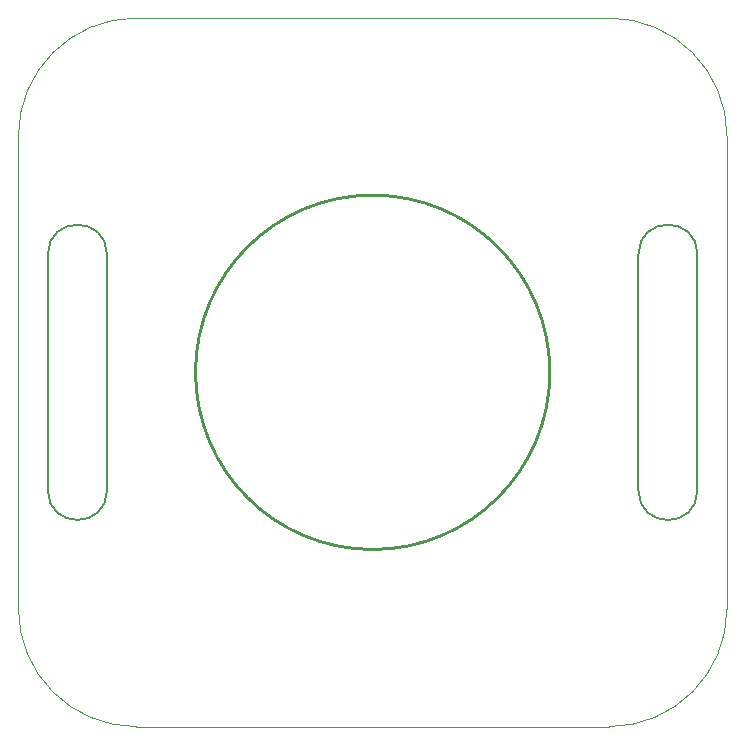
<source format=gbr>
%TF.GenerationSoftware,HUMAN,DominicClifton,8.0.3*%
%TF.CreationDate,2025-04-28T16:25:44+02:00*%
%TF.SameCoordinates,Original*%
%TF.FileFunction,Copper,L4,Bot*%
%TF.FilePolarity,Positive*%
%FSLAX46Y46*%
G04 Gerber Fmt 4.6, Leading zero omitted, Abs format (unit mm)*
%MOMM*%
%LPD*%
G01*
G04 Rectangle outline with rounded corners*
%ADD60C,0.1*%
D60*
G01*
G75*
X20000000Y-30000000D02*
X-20000000Y-30000000D01*
G02*
X-30000000Y-20000000I0J10000000D01*
G01*
X-30000000Y20000000D01*
G02*
X-20000000Y30000000I10000000J0D01*
G01*
X20000000Y30000000D01*
G02*
X30000000Y20000000I0J-10000000D01*
G01*
X30000000Y-20000000D01*
G02*
X20000000Y-30000000I-10000000J0D01*
G04 End of rounded rectangle outline*

G04 obround outlines*
%ADD61C,0.2*%
D61*
G01*
G75*
X-22500000Y10000000D02*
G03*
X-27500000Y10000000I-2500000J0D01*
G01*
X-27500000Y-10000000D01*
G03*
X-22500000Y-10000000I2500000J0D01*
G01*
X-22500000Y10000000D01*
X22500000Y10000000D02*
G02*
X27500000Y10000000I2500000J0D01*
G01*
X27500000Y-10000000D01*
G02*
X22500000Y-10000000I-2500000J0D01*
G01*
X22500000Y10000000D01*
G04 End of obround outlines*

G04 a circle made of a 360 degree arc.*
%ADD62C,0.25*%
D62*
G75*
X15000000Y0D02*
G03*
X15000000Y0I-15000000J0D01*
M02*

</source>
